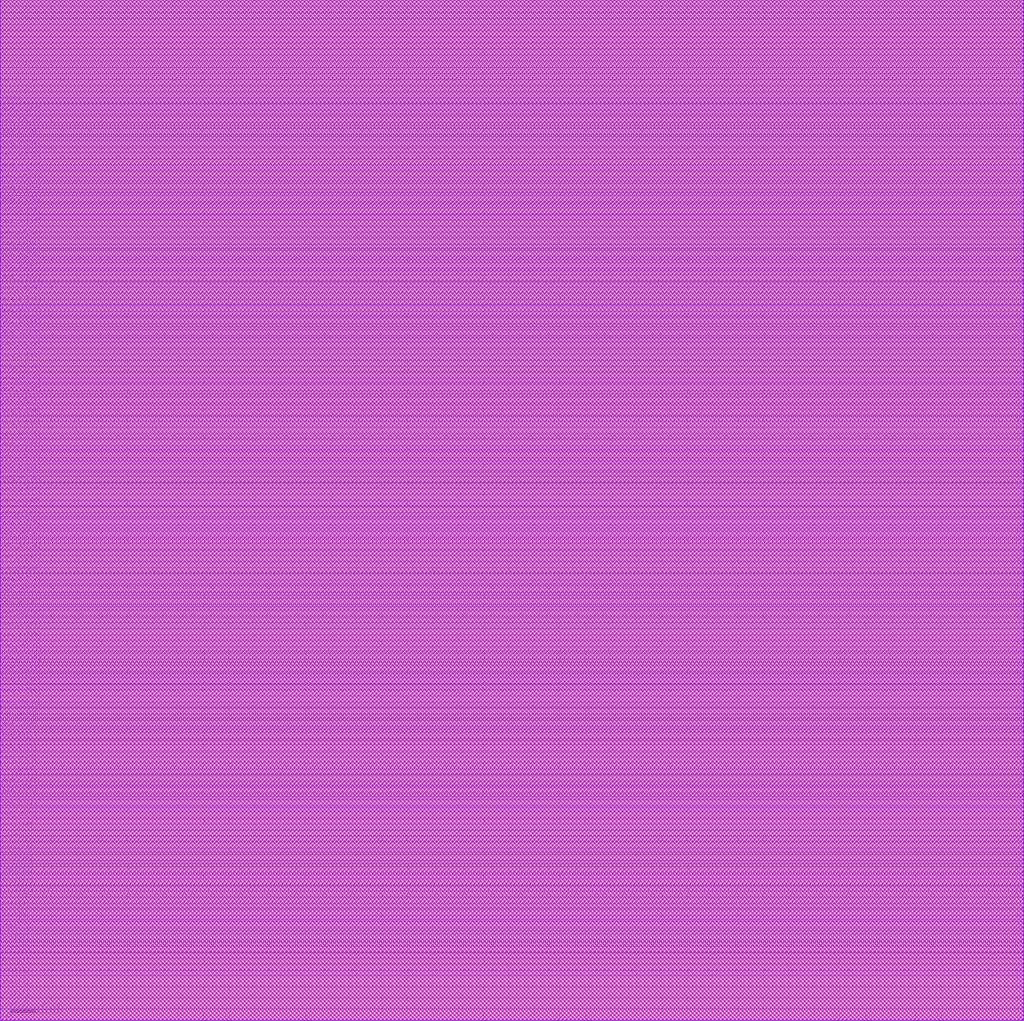
<source format=lef>
##
## LEF for PtnCells ;
## created by Innovus v15.23-s045_1 on Fri Mar 21 23:26:31 2025
##

VERSION 5.8 ;

BUSBITCHARS "[]" ;
DIVIDERCHAR "/" ;

MACRO core
  CLASS BLOCK ;
  SIZE 402.4000 BY 401.6000 ;
  FOREIGN core 0.0000 0.0000 ;
  ORIGIN 0 0 ;
  SYMMETRY X Y R90 ;
  PIN clk
    DIRECTION INPUT ;
    USE SIGNAL ;
    PORT
      LAYER M3 ;
        RECT 0.0000 0.1500 0.6000 0.2500 ;
    END
  END clk
  PIN mem_in[63]
    DIRECTION INPUT ;
    USE SIGNAL ;
    PORT
      LAYER M3 ;
        RECT 0.0000 356.5500 0.6000 356.6500 ;
    END
  END mem_in[63]
  PIN mem_in[62]
    DIRECTION INPUT ;
    USE SIGNAL ;
    PORT
      LAYER M3 ;
        RECT 0.0000 352.1500 0.6000 352.2500 ;
    END
  END mem_in[62]
  PIN mem_in[61]
    DIRECTION INPUT ;
    USE SIGNAL ;
    PORT
      LAYER M3 ;
        RECT 0.0000 347.7500 0.6000 347.8500 ;
    END
  END mem_in[61]
  PIN mem_in[60]
    DIRECTION INPUT ;
    USE SIGNAL ;
    PORT
      LAYER M3 ;
        RECT 0.0000 343.3500 0.6000 343.4500 ;
    END
  END mem_in[60]
  PIN mem_in[59]
    DIRECTION INPUT ;
    USE SIGNAL ;
    PORT
      LAYER M3 ;
        RECT 0.0000 338.9500 0.6000 339.0500 ;
    END
  END mem_in[59]
  PIN mem_in[58]
    DIRECTION INPUT ;
    USE SIGNAL ;
    PORT
      LAYER M3 ;
        RECT 0.0000 334.5500 0.6000 334.6500 ;
    END
  END mem_in[58]
  PIN mem_in[57]
    DIRECTION INPUT ;
    USE SIGNAL ;
    PORT
      LAYER M3 ;
        RECT 0.0000 330.1500 0.6000 330.2500 ;
    END
  END mem_in[57]
  PIN mem_in[56]
    DIRECTION INPUT ;
    USE SIGNAL ;
    PORT
      LAYER M3 ;
        RECT 0.0000 325.7500 0.6000 325.8500 ;
    END
  END mem_in[56]
  PIN mem_in[55]
    DIRECTION INPUT ;
    USE SIGNAL ;
    PORT
      LAYER M3 ;
        RECT 0.0000 321.3500 0.6000 321.4500 ;
    END
  END mem_in[55]
  PIN mem_in[54]
    DIRECTION INPUT ;
    USE SIGNAL ;
    PORT
      LAYER M3 ;
        RECT 0.0000 316.9500 0.6000 317.0500 ;
    END
  END mem_in[54]
  PIN mem_in[53]
    DIRECTION INPUT ;
    USE SIGNAL ;
    PORT
      LAYER M3 ;
        RECT 0.0000 312.5500 0.6000 312.6500 ;
    END
  END mem_in[53]
  PIN mem_in[52]
    DIRECTION INPUT ;
    USE SIGNAL ;
    PORT
      LAYER M3 ;
        RECT 0.0000 308.1500 0.6000 308.2500 ;
    END
  END mem_in[52]
  PIN mem_in[51]
    DIRECTION INPUT ;
    USE SIGNAL ;
    PORT
      LAYER M3 ;
        RECT 0.0000 303.7500 0.6000 303.8500 ;
    END
  END mem_in[51]
  PIN mem_in[50]
    DIRECTION INPUT ;
    USE SIGNAL ;
    PORT
      LAYER M3 ;
        RECT 0.0000 299.3500 0.6000 299.4500 ;
    END
  END mem_in[50]
  PIN mem_in[49]
    DIRECTION INPUT ;
    USE SIGNAL ;
    PORT
      LAYER M3 ;
        RECT 0.0000 294.9500 0.6000 295.0500 ;
    END
  END mem_in[49]
  PIN mem_in[48]
    DIRECTION INPUT ;
    USE SIGNAL ;
    PORT
      LAYER M3 ;
        RECT 0.0000 290.5500 0.6000 290.6500 ;
    END
  END mem_in[48]
  PIN mem_in[47]
    DIRECTION INPUT ;
    USE SIGNAL ;
    PORT
      LAYER M3 ;
        RECT 0.0000 286.1500 0.6000 286.2500 ;
    END
  END mem_in[47]
  PIN mem_in[46]
    DIRECTION INPUT ;
    USE SIGNAL ;
    PORT
      LAYER M3 ;
        RECT 0.0000 281.7500 0.6000 281.8500 ;
    END
  END mem_in[46]
  PIN mem_in[45]
    DIRECTION INPUT ;
    USE SIGNAL ;
    PORT
      LAYER M3 ;
        RECT 0.0000 277.3500 0.6000 277.4500 ;
    END
  END mem_in[45]
  PIN mem_in[44]
    DIRECTION INPUT ;
    USE SIGNAL ;
    PORT
      LAYER M3 ;
        RECT 0.0000 272.9500 0.6000 273.0500 ;
    END
  END mem_in[44]
  PIN mem_in[43]
    DIRECTION INPUT ;
    USE SIGNAL ;
    PORT
      LAYER M3 ;
        RECT 0.0000 268.5500 0.6000 268.6500 ;
    END
  END mem_in[43]
  PIN mem_in[42]
    DIRECTION INPUT ;
    USE SIGNAL ;
    PORT
      LAYER M3 ;
        RECT 0.0000 264.1500 0.6000 264.2500 ;
    END
  END mem_in[42]
  PIN mem_in[41]
    DIRECTION INPUT ;
    USE SIGNAL ;
    PORT
      LAYER M3 ;
        RECT 0.0000 259.7500 0.6000 259.8500 ;
    END
  END mem_in[41]
  PIN mem_in[40]
    DIRECTION INPUT ;
    USE SIGNAL ;
    PORT
      LAYER M3 ;
        RECT 0.0000 255.3500 0.6000 255.4500 ;
    END
  END mem_in[40]
  PIN mem_in[39]
    DIRECTION INPUT ;
    USE SIGNAL ;
    PORT
      LAYER M3 ;
        RECT 0.0000 250.9500 0.6000 251.0500 ;
    END
  END mem_in[39]
  PIN mem_in[38]
    DIRECTION INPUT ;
    USE SIGNAL ;
    PORT
      LAYER M3 ;
        RECT 0.0000 246.5500 0.6000 246.6500 ;
    END
  END mem_in[38]
  PIN mem_in[37]
    DIRECTION INPUT ;
    USE SIGNAL ;
    PORT
      LAYER M3 ;
        RECT 0.0000 242.1500 0.6000 242.2500 ;
    END
  END mem_in[37]
  PIN mem_in[36]
    DIRECTION INPUT ;
    USE SIGNAL ;
    PORT
      LAYER M3 ;
        RECT 0.0000 237.7500 0.6000 237.8500 ;
    END
  END mem_in[36]
  PIN mem_in[35]
    DIRECTION INPUT ;
    USE SIGNAL ;
    PORT
      LAYER M3 ;
        RECT 0.0000 233.3500 0.6000 233.4500 ;
    END
  END mem_in[35]
  PIN mem_in[34]
    DIRECTION INPUT ;
    USE SIGNAL ;
    PORT
      LAYER M3 ;
        RECT 0.0000 228.9500 0.6000 229.0500 ;
    END
  END mem_in[34]
  PIN mem_in[33]
    DIRECTION INPUT ;
    USE SIGNAL ;
    PORT
      LAYER M3 ;
        RECT 0.0000 224.5500 0.6000 224.6500 ;
    END
  END mem_in[33]
  PIN mem_in[32]
    DIRECTION INPUT ;
    USE SIGNAL ;
    PORT
      LAYER M3 ;
        RECT 0.0000 220.1500 0.6000 220.2500 ;
    END
  END mem_in[32]
  PIN mem_in[31]
    DIRECTION INPUT ;
    USE SIGNAL ;
    PORT
      LAYER M3 ;
        RECT 0.0000 215.7500 0.6000 215.8500 ;
    END
  END mem_in[31]
  PIN mem_in[30]
    DIRECTION INPUT ;
    USE SIGNAL ;
    PORT
      LAYER M3 ;
        RECT 0.0000 211.3500 0.6000 211.4500 ;
    END
  END mem_in[30]
  PIN mem_in[29]
    DIRECTION INPUT ;
    USE SIGNAL ;
    PORT
      LAYER M3 ;
        RECT 0.0000 206.9500 0.6000 207.0500 ;
    END
  END mem_in[29]
  PIN mem_in[28]
    DIRECTION INPUT ;
    USE SIGNAL ;
    PORT
      LAYER M3 ;
        RECT 0.0000 202.5500 0.6000 202.6500 ;
    END
  END mem_in[28]
  PIN mem_in[27]
    DIRECTION INPUT ;
    USE SIGNAL ;
    PORT
      LAYER M3 ;
        RECT 0.0000 198.1500 0.6000 198.2500 ;
    END
  END mem_in[27]
  PIN mem_in[26]
    DIRECTION INPUT ;
    USE SIGNAL ;
    PORT
      LAYER M3 ;
        RECT 0.0000 193.7500 0.6000 193.8500 ;
    END
  END mem_in[26]
  PIN mem_in[25]
    DIRECTION INPUT ;
    USE SIGNAL ;
    PORT
      LAYER M3 ;
        RECT 0.0000 189.3500 0.6000 189.4500 ;
    END
  END mem_in[25]
  PIN mem_in[24]
    DIRECTION INPUT ;
    USE SIGNAL ;
    PORT
      LAYER M3 ;
        RECT 0.0000 184.9500 0.6000 185.0500 ;
    END
  END mem_in[24]
  PIN mem_in[23]
    DIRECTION INPUT ;
    USE SIGNAL ;
    PORT
      LAYER M3 ;
        RECT 0.0000 180.5500 0.6000 180.6500 ;
    END
  END mem_in[23]
  PIN mem_in[22]
    DIRECTION INPUT ;
    USE SIGNAL ;
    PORT
      LAYER M3 ;
        RECT 0.0000 176.1500 0.6000 176.2500 ;
    END
  END mem_in[22]
  PIN mem_in[21]
    DIRECTION INPUT ;
    USE SIGNAL ;
    PORT
      LAYER M3 ;
        RECT 0.0000 171.7500 0.6000 171.8500 ;
    END
  END mem_in[21]
  PIN mem_in[20]
    DIRECTION INPUT ;
    USE SIGNAL ;
    PORT
      LAYER M3 ;
        RECT 0.0000 167.3500 0.6000 167.4500 ;
    END
  END mem_in[20]
  PIN mem_in[19]
    DIRECTION INPUT ;
    USE SIGNAL ;
    PORT
      LAYER M3 ;
        RECT 0.0000 162.9500 0.6000 163.0500 ;
    END
  END mem_in[19]
  PIN mem_in[18]
    DIRECTION INPUT ;
    USE SIGNAL ;
    PORT
      LAYER M3 ;
        RECT 0.0000 158.5500 0.6000 158.6500 ;
    END
  END mem_in[18]
  PIN mem_in[17]
    DIRECTION INPUT ;
    USE SIGNAL ;
    PORT
      LAYER M3 ;
        RECT 0.0000 154.1500 0.6000 154.2500 ;
    END
  END mem_in[17]
  PIN mem_in[16]
    DIRECTION INPUT ;
    USE SIGNAL ;
    PORT
      LAYER M3 ;
        RECT 0.0000 149.7500 0.6000 149.8500 ;
    END
  END mem_in[16]
  PIN mem_in[15]
    DIRECTION INPUT ;
    USE SIGNAL ;
    PORT
      LAYER M3 ;
        RECT 0.0000 145.3500 0.6000 145.4500 ;
    END
  END mem_in[15]
  PIN mem_in[14]
    DIRECTION INPUT ;
    USE SIGNAL ;
    PORT
      LAYER M3 ;
        RECT 0.0000 140.9500 0.6000 141.0500 ;
    END
  END mem_in[14]
  PIN mem_in[13]
    DIRECTION INPUT ;
    USE SIGNAL ;
    PORT
      LAYER M3 ;
        RECT 0.0000 136.5500 0.6000 136.6500 ;
    END
  END mem_in[13]
  PIN mem_in[12]
    DIRECTION INPUT ;
    USE SIGNAL ;
    PORT
      LAYER M3 ;
        RECT 0.0000 132.1500 0.6000 132.2500 ;
    END
  END mem_in[12]
  PIN mem_in[11]
    DIRECTION INPUT ;
    USE SIGNAL ;
    PORT
      LAYER M3 ;
        RECT 0.0000 127.7500 0.6000 127.8500 ;
    END
  END mem_in[11]
  PIN mem_in[10]
    DIRECTION INPUT ;
    USE SIGNAL ;
    PORT
      LAYER M3 ;
        RECT 0.0000 123.3500 0.6000 123.4500 ;
    END
  END mem_in[10]
  PIN mem_in[9]
    DIRECTION INPUT ;
    USE SIGNAL ;
    PORT
      LAYER M3 ;
        RECT 0.0000 118.9500 0.6000 119.0500 ;
    END
  END mem_in[9]
  PIN mem_in[8]
    DIRECTION INPUT ;
    USE SIGNAL ;
    PORT
      LAYER M3 ;
        RECT 0.0000 114.5500 0.6000 114.6500 ;
    END
  END mem_in[8]
  PIN mem_in[7]
    DIRECTION INPUT ;
    USE SIGNAL ;
    PORT
      LAYER M3 ;
        RECT 0.0000 110.1500 0.6000 110.2500 ;
    END
  END mem_in[7]
  PIN mem_in[6]
    DIRECTION INPUT ;
    USE SIGNAL ;
    PORT
      LAYER M3 ;
        RECT 0.0000 105.7500 0.6000 105.8500 ;
    END
  END mem_in[6]
  PIN mem_in[5]
    DIRECTION INPUT ;
    USE SIGNAL ;
    PORT
      LAYER M3 ;
        RECT 0.0000 101.3500 0.6000 101.4500 ;
    END
  END mem_in[5]
  PIN mem_in[4]
    DIRECTION INPUT ;
    USE SIGNAL ;
    PORT
      LAYER M3 ;
        RECT 0.0000 96.9500 0.6000 97.0500 ;
    END
  END mem_in[4]
  PIN mem_in[3]
    DIRECTION INPUT ;
    USE SIGNAL ;
    PORT
      LAYER M3 ;
        RECT 0.0000 92.5500 0.6000 92.6500 ;
    END
  END mem_in[3]
  PIN mem_in[2]
    DIRECTION INPUT ;
    USE SIGNAL ;
    PORT
      LAYER M3 ;
        RECT 0.0000 88.1500 0.6000 88.2500 ;
    END
  END mem_in[2]
  PIN mem_in[1]
    DIRECTION INPUT ;
    USE SIGNAL ;
    PORT
      LAYER M3 ;
        RECT 0.0000 83.7500 0.6000 83.8500 ;
    END
  END mem_in[1]
  PIN mem_in[0]
    DIRECTION INPUT ;
    USE SIGNAL ;
    PORT
      LAYER M3 ;
        RECT 0.0000 79.3500 0.6000 79.4500 ;
    END
  END mem_in[0]
  PIN out[159]
    DIRECTION OUTPUT ;
    USE SIGNAL ;
    PORT
      LAYER M3 ;
        RECT 401.8800 19.7500 402.4000 19.8500 ;
    END
  END out[159]
  PIN out[158]
    DIRECTION OUTPUT ;
    USE SIGNAL ;
    PORT
      LAYER M3 ;
        RECT 401.8800 22.1500 402.4000 22.2500 ;
    END
  END out[158]
  PIN out[157]
    DIRECTION OUTPUT ;
    USE SIGNAL ;
    PORT
      LAYER M3 ;
        RECT 401.8800 24.5500 402.4000 24.6500 ;
    END
  END out[157]
  PIN out[156]
    DIRECTION OUTPUT ;
    USE SIGNAL ;
    PORT
      LAYER M3 ;
        RECT 401.8800 26.9500 402.4000 27.0500 ;
    END
  END out[156]
  PIN out[155]
    DIRECTION OUTPUT ;
    USE SIGNAL ;
    PORT
      LAYER M3 ;
        RECT 401.8800 29.3500 402.4000 29.4500 ;
    END
  END out[155]
  PIN out[154]
    DIRECTION OUTPUT ;
    USE SIGNAL ;
    PORT
      LAYER M3 ;
        RECT 401.8800 31.7500 402.4000 31.8500 ;
    END
  END out[154]
  PIN out[153]
    DIRECTION OUTPUT ;
    USE SIGNAL ;
    PORT
      LAYER M3 ;
        RECT 401.8800 34.1500 402.4000 34.2500 ;
    END
  END out[153]
  PIN out[152]
    DIRECTION OUTPUT ;
    USE SIGNAL ;
    PORT
      LAYER M3 ;
        RECT 401.8800 36.5500 402.4000 36.6500 ;
    END
  END out[152]
  PIN out[151]
    DIRECTION OUTPUT ;
    USE SIGNAL ;
    PORT
      LAYER M3 ;
        RECT 401.8800 38.9500 402.4000 39.0500 ;
    END
  END out[151]
  PIN out[150]
    DIRECTION OUTPUT ;
    USE SIGNAL ;
    PORT
      LAYER M3 ;
        RECT 401.8800 41.3500 402.4000 41.4500 ;
    END
  END out[150]
  PIN out[149]
    DIRECTION OUTPUT ;
    USE SIGNAL ;
    PORT
      LAYER M3 ;
        RECT 401.8800 43.7500 402.4000 43.8500 ;
    END
  END out[149]
  PIN out[148]
    DIRECTION OUTPUT ;
    USE SIGNAL ;
    PORT
      LAYER M3 ;
        RECT 401.8800 46.1500 402.4000 46.2500 ;
    END
  END out[148]
  PIN out[147]
    DIRECTION OUTPUT ;
    USE SIGNAL ;
    PORT
      LAYER M3 ;
        RECT 401.8800 48.5500 402.4000 48.6500 ;
    END
  END out[147]
  PIN out[146]
    DIRECTION OUTPUT ;
    USE SIGNAL ;
    PORT
      LAYER M3 ;
        RECT 401.8800 50.9500 402.4000 51.0500 ;
    END
  END out[146]
  PIN out[145]
    DIRECTION OUTPUT ;
    USE SIGNAL ;
    PORT
      LAYER M3 ;
        RECT 401.8800 53.3500 402.4000 53.4500 ;
    END
  END out[145]
  PIN out[144]
    DIRECTION OUTPUT ;
    USE SIGNAL ;
    PORT
      LAYER M3 ;
        RECT 401.8800 55.7500 402.4000 55.8500 ;
    END
  END out[144]
  PIN out[143]
    DIRECTION OUTPUT ;
    USE SIGNAL ;
    PORT
      LAYER M3 ;
        RECT 401.8800 58.1500 402.4000 58.2500 ;
    END
  END out[143]
  PIN out[142]
    DIRECTION OUTPUT ;
    USE SIGNAL ;
    PORT
      LAYER M3 ;
        RECT 401.8800 60.5500 402.4000 60.6500 ;
    END
  END out[142]
  PIN out[141]
    DIRECTION OUTPUT ;
    USE SIGNAL ;
    PORT
      LAYER M3 ;
        RECT 401.8800 62.9500 402.4000 63.0500 ;
    END
  END out[141]
  PIN out[140]
    DIRECTION OUTPUT ;
    USE SIGNAL ;
    PORT
      LAYER M3 ;
        RECT 401.8800 65.3500 402.4000 65.4500 ;
    END
  END out[140]
  PIN out[139]
    DIRECTION OUTPUT ;
    USE SIGNAL ;
    PORT
      LAYER M3 ;
        RECT 401.8800 67.7500 402.4000 67.8500 ;
    END
  END out[139]
  PIN out[138]
    DIRECTION OUTPUT ;
    USE SIGNAL ;
    PORT
      LAYER M3 ;
        RECT 401.8800 70.1500 402.4000 70.2500 ;
    END
  END out[138]
  PIN out[137]
    DIRECTION OUTPUT ;
    USE SIGNAL ;
    PORT
      LAYER M3 ;
        RECT 401.8800 72.5500 402.4000 72.6500 ;
    END
  END out[137]
  PIN out[136]
    DIRECTION OUTPUT ;
    USE SIGNAL ;
    PORT
      LAYER M3 ;
        RECT 401.8800 74.9500 402.4000 75.0500 ;
    END
  END out[136]
  PIN out[135]
    DIRECTION OUTPUT ;
    USE SIGNAL ;
    PORT
      LAYER M3 ;
        RECT 401.8800 77.3500 402.4000 77.4500 ;
    END
  END out[135]
  PIN out[134]
    DIRECTION OUTPUT ;
    USE SIGNAL ;
    PORT
      LAYER M3 ;
        RECT 401.8800 79.7500 402.4000 79.8500 ;
    END
  END out[134]
  PIN out[133]
    DIRECTION OUTPUT ;
    USE SIGNAL ;
    PORT
      LAYER M3 ;
        RECT 401.8800 82.1500 402.4000 82.2500 ;
    END
  END out[133]
  PIN out[132]
    DIRECTION OUTPUT ;
    USE SIGNAL ;
    PORT
      LAYER M3 ;
        RECT 401.8800 84.5500 402.4000 84.6500 ;
    END
  END out[132]
  PIN out[131]
    DIRECTION OUTPUT ;
    USE SIGNAL ;
    PORT
      LAYER M3 ;
        RECT 401.8800 86.9500 402.4000 87.0500 ;
    END
  END out[131]
  PIN out[130]
    DIRECTION OUTPUT ;
    USE SIGNAL ;
    PORT
      LAYER M3 ;
        RECT 401.8800 89.3500 402.4000 89.4500 ;
    END
  END out[130]
  PIN out[129]
    DIRECTION OUTPUT ;
    USE SIGNAL ;
    PORT
      LAYER M3 ;
        RECT 401.8800 91.7500 402.4000 91.8500 ;
    END
  END out[129]
  PIN out[128]
    DIRECTION OUTPUT ;
    USE SIGNAL ;
    PORT
      LAYER M3 ;
        RECT 401.8800 94.1500 402.4000 94.2500 ;
    END
  END out[128]
  PIN out[127]
    DIRECTION OUTPUT ;
    USE SIGNAL ;
    PORT
      LAYER M3 ;
        RECT 401.8800 96.5500 402.4000 96.6500 ;
    END
  END out[127]
  PIN out[126]
    DIRECTION OUTPUT ;
    USE SIGNAL ;
    PORT
      LAYER M3 ;
        RECT 401.8800 98.9500 402.4000 99.0500 ;
    END
  END out[126]
  PIN out[125]
    DIRECTION OUTPUT ;
    USE SIGNAL ;
    PORT
      LAYER M3 ;
        RECT 401.8800 101.3500 402.4000 101.4500 ;
    END
  END out[125]
  PIN out[124]
    DIRECTION OUTPUT ;
    USE SIGNAL ;
    PORT
      LAYER M3 ;
        RECT 401.8800 103.7500 402.4000 103.8500 ;
    END
  END out[124]
  PIN out[123]
    DIRECTION OUTPUT ;
    USE SIGNAL ;
    PORT
      LAYER M3 ;
        RECT 401.8800 106.1500 402.4000 106.2500 ;
    END
  END out[123]
  PIN out[122]
    DIRECTION OUTPUT ;
    USE SIGNAL ;
    PORT
      LAYER M3 ;
        RECT 401.8800 108.5500 402.4000 108.6500 ;
    END
  END out[122]
  PIN out[121]
    DIRECTION OUTPUT ;
    USE SIGNAL ;
    PORT
      LAYER M3 ;
        RECT 401.8800 110.9500 402.4000 111.0500 ;
    END
  END out[121]
  PIN out[120]
    DIRECTION OUTPUT ;
    USE SIGNAL ;
    PORT
      LAYER M3 ;
        RECT 401.8800 113.3500 402.4000 113.4500 ;
    END
  END out[120]
  PIN out[119]
    DIRECTION OUTPUT ;
    USE SIGNAL ;
    PORT
      LAYER M3 ;
        RECT 401.8800 115.7500 402.4000 115.8500 ;
    END
  END out[119]
  PIN out[118]
    DIRECTION OUTPUT ;
    USE SIGNAL ;
    PORT
      LAYER M3 ;
        RECT 401.8800 118.1500 402.4000 118.2500 ;
    END
  END out[118]
  PIN out[117]
    DIRECTION OUTPUT ;
    USE SIGNAL ;
    PORT
      LAYER M3 ;
        RECT 401.8800 120.5500 402.4000 120.6500 ;
    END
  END out[117]
  PIN out[116]
    DIRECTION OUTPUT ;
    USE SIGNAL ;
    PORT
      LAYER M3 ;
        RECT 401.8800 122.9500 402.4000 123.0500 ;
    END
  END out[116]
  PIN out[115]
    DIRECTION OUTPUT ;
    USE SIGNAL ;
    PORT
      LAYER M3 ;
        RECT 401.8800 125.3500 402.4000 125.4500 ;
    END
  END out[115]
  PIN out[114]
    DIRECTION OUTPUT ;
    USE SIGNAL ;
    PORT
      LAYER M3 ;
        RECT 401.8800 127.7500 402.4000 127.8500 ;
    END
  END out[114]
  PIN out[113]
    DIRECTION OUTPUT ;
    USE SIGNAL ;
    PORT
      LAYER M3 ;
        RECT 401.8800 130.1500 402.4000 130.2500 ;
    END
  END out[113]
  PIN out[112]
    DIRECTION OUTPUT ;
    USE SIGNAL ;
    PORT
      LAYER M3 ;
        RECT 401.8800 132.5500 402.4000 132.6500 ;
    END
  END out[112]
  PIN out[111]
    DIRECTION OUTPUT ;
    USE SIGNAL ;
    PORT
      LAYER M3 ;
        RECT 401.8800 134.9500 402.4000 135.0500 ;
    END
  END out[111]
  PIN out[110]
    DIRECTION OUTPUT ;
    USE SIGNAL ;
    PORT
      LAYER M3 ;
        RECT 401.8800 137.3500 402.4000 137.4500 ;
    END
  END out[110]
  PIN out[109]
    DIRECTION OUTPUT ;
    USE SIGNAL ;
    PORT
      LAYER M3 ;
        RECT 401.8800 139.7500 402.4000 139.8500 ;
    END
  END out[109]
  PIN out[108]
    DIRECTION OUTPUT ;
    USE SIGNAL ;
    PORT
      LAYER M3 ;
        RECT 401.8800 142.1500 402.4000 142.2500 ;
    END
  END out[108]
  PIN out[107]
    DIRECTION OUTPUT ;
    USE SIGNAL ;
    PORT
      LAYER M3 ;
        RECT 401.8800 144.5500 402.4000 144.6500 ;
    END
  END out[107]
  PIN out[106]
    DIRECTION OUTPUT ;
    USE SIGNAL ;
    PORT
      LAYER M3 ;
        RECT 401.8800 146.9500 402.4000 147.0500 ;
    END
  END out[106]
  PIN out[105]
    DIRECTION OUTPUT ;
    USE SIGNAL ;
    PORT
      LAYER M3 ;
        RECT 401.8800 149.3500 402.4000 149.4500 ;
    END
  END out[105]
  PIN out[104]
    DIRECTION OUTPUT ;
    USE SIGNAL ;
    PORT
      LAYER M3 ;
        RECT 401.8800 151.7500 402.4000 151.8500 ;
    END
  END out[104]
  PIN out[103]
    DIRECTION OUTPUT ;
    USE SIGNAL ;
    PORT
      LAYER M3 ;
        RECT 401.8800 154.1500 402.4000 154.2500 ;
    END
  END out[103]
  PIN out[102]
    DIRECTION OUTPUT ;
    USE SIGNAL ;
    PORT
      LAYER M3 ;
        RECT 401.8800 156.5500 402.4000 156.6500 ;
    END
  END out[102]
  PIN out[101]
    DIRECTION OUTPUT ;
    USE SIGNAL ;
    PORT
      LAYER M3 ;
        RECT 401.8800 158.9500 402.4000 159.0500 ;
    END
  END out[101]
  PIN out[100]
    DIRECTION OUTPUT ;
    USE SIGNAL ;
    PORT
      LAYER M3 ;
        RECT 401.8800 161.3500 402.4000 161.4500 ;
    END
  END out[100]
  PIN out[99]
    DIRECTION OUTPUT ;
    USE SIGNAL ;
    PORT
      LAYER M3 ;
        RECT 401.8800 163.7500 402.4000 163.8500 ;
    END
  END out[99]
  PIN out[98]
    DIRECTION OUTPUT ;
    USE SIGNAL ;
    PORT
      LAYER M3 ;
        RECT 401.8800 166.1500 402.4000 166.2500 ;
    END
  END out[98]
  PIN out[97]
    DIRECTION OUTPUT ;
    USE SIGNAL ;
    PORT
      LAYER M3 ;
        RECT 401.8800 168.5500 402.4000 168.6500 ;
    END
  END out[97]
  PIN out[96]
    DIRECTION OUTPUT ;
    USE SIGNAL ;
    PORT
      LAYER M3 ;
        RECT 401.8800 170.9500 402.4000 171.0500 ;
    END
  END out[96]
  PIN out[95]
    DIRECTION OUTPUT ;
    USE SIGNAL ;
    PORT
      LAYER M3 ;
        RECT 401.8800 173.3500 402.4000 173.4500 ;
    END
  END out[95]
  PIN out[94]
    DIRECTION OUTPUT ;
    USE SIGNAL ;
    PORT
      LAYER M3 ;
        RECT 401.8800 175.7500 402.4000 175.8500 ;
    END
  END out[94]
  PIN out[93]
    DIRECTION OUTPUT ;
    USE SIGNAL ;
    PORT
      LAYER M3 ;
        RECT 401.8800 178.1500 402.4000 178.2500 ;
    END
  END out[93]
  PIN out[92]
    DIRECTION OUTPUT ;
    USE SIGNAL ;
    PORT
      LAYER M3 ;
        RECT 401.8800 180.5500 402.4000 180.6500 ;
    END
  END out[92]
  PIN out[91]
    DIRECTION OUTPUT ;
    USE SIGNAL ;
    PORT
      LAYER M3 ;
        RECT 401.8800 182.9500 402.4000 183.0500 ;
    END
  END out[91]
  PIN out[90]
    DIRECTION OUTPUT ;
    USE SIGNAL ;
    PORT
      LAYER M3 ;
        RECT 401.8800 185.3500 402.4000 185.4500 ;
    END
  END out[90]
  PIN out[89]
    DIRECTION OUTPUT ;
    USE SIGNAL ;
    PORT
      LAYER M3 ;
        RECT 401.8800 187.7500 402.4000 187.8500 ;
    END
  END out[89]
  PIN out[88]
    DIRECTION OUTPUT ;
    USE SIGNAL ;
    PORT
      LAYER M3 ;
        RECT 401.8800 190.1500 402.4000 190.2500 ;
    END
  END out[88]
  PIN out[87]
    DIRECTION OUTPUT ;
    USE SIGNAL ;
    PORT
      LAYER M3 ;
        RECT 401.8800 192.5500 402.4000 192.6500 ;
    END
  END out[87]
  PIN out[86]
    DIRECTION OUTPUT ;
    USE SIGNAL ;
    PORT
      LAYER M3 ;
        RECT 401.8800 194.9500 402.4000 195.0500 ;
    END
  END out[86]
  PIN out[85]
    DIRECTION OUTPUT ;
    USE SIGNAL ;
    PORT
      LAYER M3 ;
        RECT 401.8800 197.3500 402.4000 197.4500 ;
    END
  END out[85]
  PIN out[84]
    DIRECTION OUTPUT ;
    USE SIGNAL ;
    PORT
      LAYER M3 ;
        RECT 401.8800 199.7500 402.4000 199.8500 ;
    END
  END out[84]
  PIN out[83]
    DIRECTION OUTPUT ;
    USE SIGNAL ;
    PORT
      LAYER M3 ;
        RECT 401.8800 202.1500 402.4000 202.2500 ;
    END
  END out[83]
  PIN out[82]
    DIRECTION OUTPUT ;
    USE SIGNAL ;
    PORT
      LAYER M3 ;
        RECT 401.8800 204.5500 402.4000 204.6500 ;
    END
  END out[82]
  PIN out[81]
    DIRECTION OUTPUT ;
    USE SIGNAL ;
    PORT
      LAYER M3 ;
        RECT 401.8800 206.9500 402.4000 207.0500 ;
    END
  END out[81]
  PIN out[80]
    DIRECTION OUTPUT ;
    USE SIGNAL ;
    PORT
      LAYER M3 ;
        RECT 401.8800 209.3500 402.4000 209.4500 ;
    END
  END out[80]
  PIN out[79]
    DIRECTION OUTPUT ;
    USE SIGNAL ;
    PORT
      LAYER M3 ;
        RECT 401.8800 211.7500 402.4000 211.8500 ;
    END
  END out[79]
  PIN out[78]
    DIRECTION OUTPUT ;
    USE SIGNAL ;
    PORT
      LAYER M3 ;
        RECT 401.8800 214.1500 402.4000 214.2500 ;
    END
  END out[78]
  PIN out[77]
    DIRECTION OUTPUT ;
    USE SIGNAL ;
    PORT
      LAYER M3 ;
        RECT 401.8800 216.5500 402.4000 216.6500 ;
    END
  END out[77]
  PIN out[76]
    DIRECTION OUTPUT ;
    USE SIGNAL ;
    PORT
      LAYER M3 ;
        RECT 401.8800 218.9500 402.4000 219.0500 ;
    END
  END out[76]
  PIN out[75]
    DIRECTION OUTPUT ;
    USE SIGNAL ;
    PORT
      LAYER M3 ;
        RECT 401.8800 221.3500 402.4000 221.4500 ;
    END
  END out[75]
  PIN out[74]
    DIRECTION OUTPUT ;
    USE SIGNAL ;
    PORT
      LAYER M3 ;
        RECT 401.8800 223.7500 402.4000 223.8500 ;
    END
  END out[74]
  PIN out[73]
    DIRECTION OUTPUT ;
    USE SIGNAL ;
    PORT
      LAYER M3 ;
        RECT 401.8800 226.1500 402.4000 226.2500 ;
    END
  END out[73]
  PIN out[72]
    DIRECTION OUTPUT ;
    USE SIGNAL ;
    PORT
      LAYER M3 ;
        RECT 401.8800 228.5500 402.4000 228.6500 ;
    END
  END out[72]
  PIN out[71]
    DIRECTION OUTPUT ;
    USE SIGNAL ;
    PORT
      LAYER M3 ;
        RECT 401.8800 230.9500 402.4000 231.0500 ;
    END
  END out[71]
  PIN out[70]
    DIRECTION OUTPUT ;
    USE SIGNAL ;
    PORT
      LAYER M3 ;
        RECT 401.8800 233.3500 402.4000 233.4500 ;
    END
  END out[70]
  PIN out[69]
    DIRECTION OUTPUT ;
    USE SIGNAL ;
    PORT
      LAYER M3 ;
        RECT 401.8800 235.7500 402.4000 235.8500 ;
    END
  END out[69]
  PIN out[68]
    DIRECTION OUTPUT ;
    USE SIGNAL ;
    PORT
      LAYER M3 ;
        RECT 401.8800 238.1500 402.4000 238.2500 ;
    END
  END out[68]
  PIN out[67]
    DIRECTION OUTPUT ;
    USE SIGNAL ;
    PORT
      LAYER M3 ;
        RECT 401.8800 240.5500 402.4000 240.6500 ;
    END
  END out[67]
  PIN out[66]
    DIRECTION OUTPUT ;
    USE SIGNAL ;
    PORT
      LAYER M3 ;
        RECT 401.8800 242.9500 402.4000 243.0500 ;
    END
  END out[66]
  PIN out[65]
    DIRECTION OUTPUT ;
    USE SIGNAL ;
    PORT
      LAYER M3 ;
        RECT 401.8800 245.3500 402.4000 245.4500 ;
    END
  END out[65]
  PIN out[64]
    DIRECTION OUTPUT ;
    USE SIGNAL ;
    PORT
      LAYER M3 ;
        RECT 401.8800 247.7500 402.4000 247.8500 ;
    END
  END out[64]
  PIN out[63]
    DIRECTION OUTPUT ;
    USE SIGNAL ;
    PORT
      LAYER M3 ;
        RECT 401.8800 250.1500 402.4000 250.2500 ;
    END
  END out[63]
  PIN out[62]
    DIRECTION OUTPUT ;
    USE SIGNAL ;
    PORT
      LAYER M3 ;
        RECT 401.8800 252.5500 402.4000 252.6500 ;
    END
  END out[62]
  PIN out[61]
    DIRECTION OUTPUT ;
    USE SIGNAL ;
    PORT
      LAYER M3 ;
        RECT 401.8800 254.9500 402.4000 255.0500 ;
    END
  END out[61]
  PIN out[60]
    DIRECTION OUTPUT ;
    USE SIGNAL ;
    PORT
      LAYER M3 ;
        RECT 401.8800 257.3500 402.4000 257.4500 ;
    END
  END out[60]
  PIN out[59]
    DIRECTION OUTPUT ;
    USE SIGNAL ;
    PORT
      LAYER M3 ;
        RECT 401.8800 259.7500 402.4000 259.8500 ;
    END
  END out[59]
  PIN out[58]
    DIRECTION OUTPUT ;
    USE SIGNAL ;
    PORT
      LAYER M3 ;
        RECT 401.8800 262.1500 402.4000 262.2500 ;
    END
  END out[58]
  PIN out[57]
    DIRECTION OUTPUT ;
    USE SIGNAL ;
    PORT
      LAYER M3 ;
        RECT 401.8800 264.5500 402.4000 264.6500 ;
    END
  END out[57]
  PIN out[56]
    DIRECTION OUTPUT ;
    USE SIGNAL ;
    PORT
      LAYER M3 ;
        RECT 401.8800 266.9500 402.4000 267.0500 ;
    END
  END out[56]
  PIN out[55]
    DIRECTION OUTPUT ;
    USE SIGNAL ;
    PORT
      LAYER M3 ;
        RECT 401.8800 269.3500 402.4000 269.4500 ;
    END
  END out[55]
  PIN out[54]
    DIRECTION OUTPUT ;
    USE SIGNAL ;
    PORT
      LAYER M3 ;
        RECT 401.8800 271.7500 402.4000 271.8500 ;
    END
  END out[54]
  PIN out[53]
    DIRECTION OUTPUT ;
    USE SIGNAL ;
    PORT
      LAYER M3 ;
        RECT 401.8800 274.1500 402.4000 274.2500 ;
    END
  END out[53]
  PIN out[52]
    DIRECTION OUTPUT ;
    USE SIGNAL ;
    PORT
      LAYER M3 ;
        RECT 401.8800 276.5500 402.4000 276.6500 ;
    END
  END out[52]
  PIN out[51]
    DIRECTION OUTPUT ;
    USE SIGNAL ;
    PORT
      LAYER M3 ;
        RECT 401.8800 278.9500 402.4000 279.0500 ;
    END
  END out[51]
  PIN out[50]
    DIRECTION OUTPUT ;
    USE SIGNAL ;
    PORT
      LAYER M3 ;
        RECT 401.8800 281.3500 402.4000 281.4500 ;
    END
  END out[50]
  PIN out[49]
    DIRECTION OUTPUT ;
    USE SIGNAL ;
    PORT
      LAYER M3 ;
        RECT 401.8800 283.7500 402.4000 283.8500 ;
    END
  END out[49]
  PIN out[48]
    DIRECTION OUTPUT ;
    USE SIGNAL ;
    PORT
      LAYER M3 ;
        RECT 401.8800 286.1500 402.4000 286.2500 ;
    END
  END out[48]
  PIN out[47]
    DIRECTION OUTPUT ;
    USE SIGNAL ;
    PORT
      LAYER M3 ;
        RECT 401.8800 288.5500 402.4000 288.6500 ;
    END
  END out[47]
  PIN out[46]
    DIRECTION OUTPUT ;
    USE SIGNAL ;
    PORT
      LAYER M3 ;
        RECT 401.8800 290.9500 402.4000 291.0500 ;
    END
  END out[46]
  PIN out[45]
    DIRECTION OUTPUT ;
    USE SIGNAL ;
    PORT
      LAYER M3 ;
        RECT 401.8800 293.3500 402.4000 293.4500 ;
    END
  END out[45]
  PIN out[44]
    DIRECTION OUTPUT ;
    USE SIGNAL ;
    PORT
      LAYER M3 ;
        RECT 401.8800 295.7500 402.4000 295.8500 ;
    END
  END out[44]
  PIN out[43]
    DIRECTION OUTPUT ;
    USE SIGNAL ;
    PORT
      LAYER M3 ;
        RECT 401.8800 298.1500 402.4000 298.2500 ;
    END
  END out[43]
  PIN out[42]
    DIRECTION OUTPUT ;
    USE SIGNAL ;
    PORT
      LAYER M3 ;
        RECT 401.8800 300.5500 402.4000 300.6500 ;
    END
  END out[42]
  PIN out[41]
    DIRECTION OUTPUT ;
    USE SIGNAL ;
    PORT
      LAYER M3 ;
        RECT 401.8800 302.9500 402.4000 303.0500 ;
    END
  END out[41]
  PIN out[40]
    DIRECTION OUTPUT ;
    USE SIGNAL ;
    PORT
      LAYER M3 ;
        RECT 401.8800 305.3500 402.4000 305.4500 ;
    END
  END out[40]
  PIN out[39]
    DIRECTION OUTPUT ;
    USE SIGNAL ;
    PORT
      LAYER M3 ;
        RECT 401.8800 307.7500 402.4000 307.8500 ;
    END
  END out[39]
  PIN out[38]
    DIRECTION OUTPUT ;
    USE SIGNAL ;
    PORT
      LAYER M3 ;
        RECT 401.8800 310.1500 402.4000 310.2500 ;
    END
  END out[38]
  PIN out[37]
    DIRECTION OUTPUT ;
    USE SIGNAL ;
    PORT
      LAYER M3 ;
        RECT 401.8800 312.5500 402.4000 312.6500 ;
    END
  END out[37]
  PIN out[36]
    DIRECTION OUTPUT ;
    USE SIGNAL ;
    PORT
      LAYER M3 ;
        RECT 401.8800 314.9500 402.4000 315.0500 ;
    END
  END out[36]
  PIN out[35]
    DIRECTION OUTPUT ;
    USE SIGNAL ;
    PORT
      LAYER M3 ;
        RECT 401.8800 317.3500 402.4000 317.4500 ;
    END
  END out[35]
  PIN out[34]
    DIRECTION OUTPUT ;
    USE SIGNAL ;
    PORT
      LAYER M3 ;
        RECT 401.8800 319.7500 402.4000 319.8500 ;
    END
  END out[34]
  PIN out[33]
    DIRECTION OUTPUT ;
    USE SIGNAL ;
    PORT
      LAYER M3 ;
        RECT 401.8800 322.1500 402.4000 322.2500 ;
    END
  END out[33]
  PIN out[32]
    DIRECTION OUTPUT ;
    USE SIGNAL ;
    PORT
      LAYER M3 ;
        RECT 401.8800 324.5500 402.4000 324.6500 ;
    END
  END out[32]
  PIN out[31]
    DIRECTION OUTPUT ;
    USE SIGNAL ;
    PORT
      LAYER M3 ;
        RECT 401.8800 326.9500 402.4000 327.0500 ;
    END
  END out[31]
  PIN out[30]
    DIRECTION OUTPUT ;
    USE SIGNAL ;
    PORT
      LAYER M3 ;
        RECT 401.8800 329.3500 402.4000 329.4500 ;
    END
  END out[30]
  PIN out[29]
    DIRECTION OUTPUT ;
    USE SIGNAL ;
    PORT
      LAYER M3 ;
        RECT 401.8800 331.7500 402.4000 331.8500 ;
    END
  END out[29]
  PIN out[28]
    DIRECTION OUTPUT ;
    USE SIGNAL ;
    PORT
      LAYER M3 ;
        RECT 401.8800 334.1500 402.4000 334.2500 ;
    END
  END out[28]
  PIN out[27]
    DIRECTION OUTPUT ;
    USE SIGNAL ;
    PORT
      LAYER M3 ;
        RECT 401.8800 336.5500 402.4000 336.6500 ;
    END
  END out[27]
  PIN out[26]
    DIRECTION OUTPUT ;
    USE SIGNAL ;
    PORT
      LAYER M3 ;
        RECT 401.8800 338.9500 402.4000 339.0500 ;
    END
  END out[26]
  PIN out[25]
    DIRECTION OUTPUT ;
    USE SIGNAL ;
    PORT
      LAYER M3 ;
        RECT 401.8800 341.3500 402.4000 341.4500 ;
    END
  END out[25]
  PIN out[24]
    DIRECTION OUTPUT ;
    USE SIGNAL ;
    PORT
      LAYER M3 ;
        RECT 401.8800 343.7500 402.4000 343.8500 ;
    END
  END out[24]
  PIN out[23]
    DIRECTION OUTPUT ;
    USE SIGNAL ;
    PORT
      LAYER M3 ;
        RECT 401.8800 346.1500 402.4000 346.2500 ;
    END
  END out[23]
  PIN out[22]
    DIRECTION OUTPUT ;
    USE SIGNAL ;
    PORT
      LAYER M3 ;
        RECT 401.8800 348.5500 402.4000 348.6500 ;
    END
  END out[22]
  PIN out[21]
    DIRECTION OUTPUT ;
    USE SIGNAL ;
    PORT
      LAYER M3 ;
        RECT 401.8800 350.9500 402.4000 351.0500 ;
    END
  END out[21]
  PIN out[20]
    DIRECTION OUTPUT ;
    USE SIGNAL ;
    PORT
      LAYER M3 ;
        RECT 401.8800 353.3500 402.4000 353.4500 ;
    END
  END out[20]
  PIN out[19]
    DIRECTION OUTPUT ;
    USE SIGNAL ;
    PORT
      LAYER M3 ;
        RECT 401.8800 355.7500 402.4000 355.8500 ;
    END
  END out[19]
  PIN out[18]
    DIRECTION OUTPUT ;
    USE SIGNAL ;
    PORT
      LAYER M3 ;
        RECT 401.8800 358.1500 402.4000 358.2500 ;
    END
  END out[18]
  PIN out[17]
    DIRECTION OUTPUT ;
    USE SIGNAL ;
    PORT
      LAYER M3 ;
        RECT 401.8800 360.5500 402.4000 360.6500 ;
    END
  END out[17]
  PIN out[16]
    DIRECTION OUTPUT ;
    USE SIGNAL ;
    PORT
      LAYER M3 ;
        RECT 401.8800 362.9500 402.4000 363.0500 ;
    END
  END out[16]
  PIN out[15]
    DIRECTION OUTPUT ;
    USE SIGNAL ;
    PORT
      LAYER M3 ;
        RECT 401.8800 365.3500 402.4000 365.4500 ;
    END
  END out[15]
  PIN out[14]
    DIRECTION OUTPUT ;
    USE SIGNAL ;
    PORT
      LAYER M3 ;
        RECT 401.8800 367.7500 402.4000 367.8500 ;
    END
  END out[14]
  PIN out[13]
    DIRECTION OUTPUT ;
    USE SIGNAL ;
    PORT
      LAYER M3 ;
        RECT 401.8800 370.1500 402.4000 370.2500 ;
    END
  END out[13]
  PIN out[12]
    DIRECTION OUTPUT ;
    USE SIGNAL ;
    PORT
      LAYER M3 ;
        RECT 401.8800 372.5500 402.4000 372.6500 ;
    END
  END out[12]
  PIN out[11]
    DIRECTION OUTPUT ;
    USE SIGNAL ;
    PORT
      LAYER M3 ;
        RECT 401.8800 374.9500 402.4000 375.0500 ;
    END
  END out[11]
  PIN out[10]
    DIRECTION OUTPUT ;
    USE SIGNAL ;
    PORT
      LAYER M3 ;
        RECT 401.8800 377.3500 402.4000 377.4500 ;
    END
  END out[10]
  PIN out[9]
    DIRECTION OUTPUT ;
    USE SIGNAL ;
    PORT
      LAYER M3 ;
        RECT 401.8800 379.7500 402.4000 379.8500 ;
    END
  END out[9]
  PIN out[8]
    DIRECTION OUTPUT ;
    USE SIGNAL ;
    PORT
      LAYER M3 ;
        RECT 401.8800 382.1500 402.4000 382.2500 ;
    END
  END out[8]
  PIN out[7]
    DIRECTION OUTPUT ;
    USE SIGNAL ;
    PORT
      LAYER M3 ;
        RECT 401.8800 384.5500 402.4000 384.6500 ;
    END
  END out[7]
  PIN out[6]
    DIRECTION OUTPUT ;
    USE SIGNAL ;
    PORT
      LAYER M3 ;
        RECT 401.8800 386.9500 402.4000 387.0500 ;
    END
  END out[6]
  PIN out[5]
    DIRECTION OUTPUT ;
    USE SIGNAL ;
    PORT
      LAYER M3 ;
        RECT 401.8800 389.3500 402.4000 389.4500 ;
    END
  END out[5]
  PIN out[4]
    DIRECTION OUTPUT ;
    USE SIGNAL ;
    PORT
      LAYER M3 ;
        RECT 401.8800 391.7500 402.4000 391.8500 ;
    END
  END out[4]
  PIN out[3]
    DIRECTION OUTPUT ;
    USE SIGNAL ;
    PORT
      LAYER M3 ;
        RECT 401.8800 394.1500 402.4000 394.2500 ;
    END
  END out[3]
  PIN out[2]
    DIRECTION OUTPUT ;
    USE SIGNAL ;
    PORT
      LAYER M3 ;
        RECT 401.8800 396.5500 402.4000 396.6500 ;
    END
  END out[2]
  PIN out[1]
    DIRECTION OUTPUT ;
    USE SIGNAL ;
    PORT
      LAYER M3 ;
        RECT 401.8800 398.9500 402.4000 399.0500 ;
    END
  END out[1]
  PIN out[0]
    DIRECTION OUTPUT ;
    USE SIGNAL ;
    PORT
      LAYER M3 ;
        RECT 401.8800 401.3500 402.4000 401.4500 ;
    END
  END out[0]
  PIN inst[16]
    DIRECTION INPUT ;
    USE SIGNAL ;
    PORT
      LAYER M3 ;
        RECT 0.0000 74.9500 0.6000 75.0500 ;
    END
  END inst[16]
  PIN inst[15]
    DIRECTION INPUT ;
    USE SIGNAL ;
    PORT
      LAYER M3 ;
        RECT 0.0000 70.5500 0.6000 70.6500 ;
    END
  END inst[15]
  PIN inst[14]
    DIRECTION INPUT ;
    USE SIGNAL ;
    PORT
      LAYER M3 ;
        RECT 0.0000 66.1500 0.6000 66.2500 ;
    END
  END inst[14]
  PIN inst[13]
    DIRECTION INPUT ;
    USE SIGNAL ;
    PORT
      LAYER M3 ;
        RECT 0.0000 61.7500 0.6000 61.8500 ;
    END
  END inst[13]
  PIN inst[12]
    DIRECTION INPUT ;
    USE SIGNAL ;
    PORT
      LAYER M3 ;
        RECT 0.0000 57.3500 0.6000 57.4500 ;
    END
  END inst[12]
  PIN inst[11]
    DIRECTION INPUT ;
    USE SIGNAL ;
    PORT
      LAYER M3 ;
        RECT 0.0000 52.9500 0.6000 53.0500 ;
    END
  END inst[11]
  PIN inst[10]
    DIRECTION INPUT ;
    USE SIGNAL ;
    PORT
      LAYER M3 ;
        RECT 0.0000 48.5500 0.6000 48.6500 ;
    END
  END inst[10]
  PIN inst[9]
    DIRECTION INPUT ;
    USE SIGNAL ;
    PORT
      LAYER M3 ;
        RECT 0.0000 44.1500 0.6000 44.2500 ;
    END
  END inst[9]
  PIN inst[8]
    DIRECTION INPUT ;
    USE SIGNAL ;
    PORT
      LAYER M3 ;
        RECT 0.0000 39.7500 0.6000 39.8500 ;
    END
  END inst[8]
  PIN inst[7]
    DIRECTION INPUT ;
    USE SIGNAL ;
    PORT
      LAYER M3 ;
        RECT 0.0000 35.3500 0.6000 35.4500 ;
    END
  END inst[7]
  PIN inst[6]
    DIRECTION INPUT ;
    USE SIGNAL ;
    PORT
      LAYER M3 ;
        RECT 0.0000 30.9500 0.6000 31.0500 ;
    END
  END inst[6]
  PIN inst[5]
    DIRECTION INPUT ;
    USE SIGNAL ;
    PORT
      LAYER M3 ;
        RECT 0.0000 26.5500 0.6000 26.6500 ;
    END
  END inst[5]
  PIN inst[4]
    DIRECTION INPUT ;
    USE SIGNAL ;
    PORT
      LAYER M3 ;
        RECT 0.0000 22.1500 0.6000 22.2500 ;
    END
  END inst[4]
  PIN inst[3]
    DIRECTION INPUT ;
    USE SIGNAL ;
    PORT
      LAYER M3 ;
        RECT 0.0000 17.7500 0.6000 17.8500 ;
    END
  END inst[3]
  PIN inst[2]
    DIRECTION INPUT ;
    USE SIGNAL ;
    PORT
      LAYER M3 ;
        RECT 0.0000 13.3500 0.6000 13.4500 ;
    END
  END inst[2]
  PIN inst[1]
    DIRECTION INPUT ;
    USE SIGNAL ;
    PORT
      LAYER M3 ;
        RECT 0.0000 8.9500 0.6000 9.0500 ;
    END
  END inst[1]
  PIN inst[0]
    DIRECTION INPUT ;
    USE SIGNAL ;
    PORT
      LAYER M3 ;
        RECT 0.0000 4.5500 0.6000 4.6500 ;
    END
  END inst[0]
  PIN reset
    DIRECTION INPUT ;
    USE SIGNAL ;
    PORT
      LAYER M3 ;
        RECT 0.0000 360.9500 0.6000 361.0500 ;
    END
  END reset
  OBS
    LAYER M1 ;
      RECT 0.0000 0.0000 402.4000 401.6000 ;
    LAYER M2 ;
      RECT 0.0000 0.0000 402.4000 401.6000 ;
    LAYER M3 ;
      RECT 0.0000 401.5500 402.4000 401.6000 ;
      RECT 0.0000 401.2500 401.7800 401.5500 ;
      RECT 0.0000 399.1500 402.4000 401.2500 ;
      RECT 0.0000 398.8500 401.7800 399.1500 ;
      RECT 0.0000 396.7500 402.4000 398.8500 ;
      RECT 0.0000 396.4500 401.7800 396.7500 ;
      RECT 0.0000 394.3500 402.4000 396.4500 ;
      RECT 0.0000 394.0500 401.7800 394.3500 ;
      RECT 0.0000 391.9500 402.4000 394.0500 ;
      RECT 0.0000 391.6500 401.7800 391.9500 ;
      RECT 0.0000 389.5500 402.4000 391.6500 ;
      RECT 0.0000 389.2500 401.7800 389.5500 ;
      RECT 0.0000 387.1500 402.4000 389.2500 ;
      RECT 0.0000 386.8500 401.7800 387.1500 ;
      RECT 0.0000 384.7500 402.4000 386.8500 ;
      RECT 0.0000 384.4500 401.7800 384.7500 ;
      RECT 0.0000 382.3500 402.4000 384.4500 ;
      RECT 0.0000 382.0500 401.7800 382.3500 ;
      RECT 0.0000 379.9500 402.4000 382.0500 ;
      RECT 0.0000 379.6500 401.7800 379.9500 ;
      RECT 0.0000 377.5500 402.4000 379.6500 ;
      RECT 0.0000 377.2500 401.7800 377.5500 ;
      RECT 0.0000 375.1500 402.4000 377.2500 ;
      RECT 0.0000 374.8500 401.7800 375.1500 ;
      RECT 0.0000 372.7500 402.4000 374.8500 ;
      RECT 0.0000 372.4500 401.7800 372.7500 ;
      RECT 0.0000 370.3500 402.4000 372.4500 ;
      RECT 0.0000 370.0500 401.7800 370.3500 ;
      RECT 0.0000 367.9500 402.4000 370.0500 ;
      RECT 0.0000 367.6500 401.7800 367.9500 ;
      RECT 0.0000 365.5500 402.4000 367.6500 ;
      RECT 0.0000 365.2500 401.7800 365.5500 ;
      RECT 0.0000 363.1500 402.4000 365.2500 ;
      RECT 0.0000 362.8500 401.7800 363.1500 ;
      RECT 0.0000 361.1500 402.4000 362.8500 ;
      RECT 0.7000 360.8500 402.4000 361.1500 ;
      RECT 0.0000 360.7500 402.4000 360.8500 ;
      RECT 0.0000 360.4500 401.7800 360.7500 ;
      RECT 0.0000 358.3500 402.4000 360.4500 ;
      RECT 0.0000 358.0500 401.7800 358.3500 ;
      RECT 0.0000 356.7500 402.4000 358.0500 ;
      RECT 0.7000 356.4500 402.4000 356.7500 ;
      RECT 0.0000 355.9500 402.4000 356.4500 ;
      RECT 0.0000 355.6500 401.7800 355.9500 ;
      RECT 0.0000 353.5500 402.4000 355.6500 ;
      RECT 0.0000 353.2500 401.7800 353.5500 ;
      RECT 0.0000 352.3500 402.4000 353.2500 ;
      RECT 0.7000 352.0500 402.4000 352.3500 ;
      RECT 0.0000 351.1500 402.4000 352.0500 ;
      RECT 0.0000 350.8500 401.7800 351.1500 ;
      RECT 0.0000 348.7500 402.4000 350.8500 ;
      RECT 0.0000 348.4500 401.7800 348.7500 ;
      RECT 0.0000 347.9500 402.4000 348.4500 ;
      RECT 0.7000 347.6500 402.4000 347.9500 ;
      RECT 0.0000 346.3500 402.4000 347.6500 ;
      RECT 0.0000 346.0500 401.7800 346.3500 ;
      RECT 0.0000 343.9500 402.4000 346.0500 ;
      RECT 0.0000 343.6500 401.7800 343.9500 ;
      RECT 0.0000 343.5500 402.4000 343.6500 ;
      RECT 0.7000 343.2500 402.4000 343.5500 ;
      RECT 0.0000 341.5500 402.4000 343.2500 ;
      RECT 0.0000 341.2500 401.7800 341.5500 ;
      RECT 0.0000 339.1500 402.4000 341.2500 ;
      RECT 0.7000 338.8500 401.7800 339.1500 ;
      RECT 0.0000 336.7500 402.4000 338.8500 ;
      RECT 0.0000 336.4500 401.7800 336.7500 ;
      RECT 0.0000 334.7500 402.4000 336.4500 ;
      RECT 0.7000 334.4500 402.4000 334.7500 ;
      RECT 0.0000 334.3500 402.4000 334.4500 ;
      RECT 0.0000 334.0500 401.7800 334.3500 ;
      RECT 0.0000 331.9500 402.4000 334.0500 ;
      RECT 0.0000 331.6500 401.7800 331.9500 ;
      RECT 0.0000 330.3500 402.4000 331.6500 ;
      RECT 0.7000 330.0500 402.4000 330.3500 ;
      RECT 0.0000 329.5500 402.4000 330.0500 ;
      RECT 0.0000 329.2500 401.7800 329.5500 ;
      RECT 0.0000 327.1500 402.4000 329.2500 ;
      RECT 0.0000 326.8500 401.7800 327.1500 ;
      RECT 0.0000 325.9500 402.4000 326.8500 ;
      RECT 0.7000 325.6500 402.4000 325.9500 ;
      RECT 0.0000 324.7500 402.4000 325.6500 ;
      RECT 0.0000 324.4500 401.7800 324.7500 ;
      RECT 0.0000 322.3500 402.4000 324.4500 ;
      RECT 0.0000 322.0500 401.7800 322.3500 ;
      RECT 0.0000 321.5500 402.4000 322.0500 ;
      RECT 0.7000 321.2500 402.4000 321.5500 ;
      RECT 0.0000 319.9500 402.4000 321.2500 ;
      RECT 0.0000 319.6500 401.7800 319.9500 ;
      RECT 0.0000 317.5500 402.4000 319.6500 ;
      RECT 0.0000 317.2500 401.7800 317.5500 ;
      RECT 0.0000 317.1500 402.4000 317.2500 ;
      RECT 0.7000 316.8500 402.4000 317.1500 ;
      RECT 0.0000 315.1500 402.4000 316.8500 ;
      RECT 0.0000 314.8500 401.7800 315.1500 ;
      RECT 0.0000 312.7500 402.4000 314.8500 ;
      RECT 0.7000 312.4500 401.7800 312.7500 ;
      RECT 0.0000 310.3500 402.4000 312.4500 ;
      RECT 0.0000 310.0500 401.7800 310.3500 ;
      RECT 0.0000 308.3500 402.4000 310.0500 ;
      RECT 0.7000 308.0500 402.4000 308.3500 ;
      RECT 0.0000 307.9500 402.4000 308.0500 ;
      RECT 0.0000 307.6500 401.7800 307.9500 ;
      RECT 0.0000 305.5500 402.4000 307.6500 ;
      RECT 0.0000 305.2500 401.7800 305.5500 ;
      RECT 0.0000 303.9500 402.4000 305.2500 ;
      RECT 0.7000 303.6500 402.4000 303.9500 ;
      RECT 0.0000 303.1500 402.4000 303.6500 ;
      RECT 0.0000 302.8500 401.7800 303.1500 ;
      RECT 0.0000 300.7500 402.4000 302.8500 ;
      RECT 0.0000 300.4500 401.7800 300.7500 ;
      RECT 0.0000 299.5500 402.4000 300.4500 ;
      RECT 0.7000 299.2500 402.4000 299.5500 ;
      RECT 0.0000 298.3500 402.4000 299.2500 ;
      RECT 0.0000 298.0500 401.7800 298.3500 ;
      RECT 0.0000 295.9500 402.4000 298.0500 ;
      RECT 0.0000 295.6500 401.7800 295.9500 ;
      RECT 0.0000 295.1500 402.4000 295.6500 ;
      RECT 0.7000 294.8500 402.4000 295.1500 ;
      RECT 0.0000 293.5500 402.4000 294.8500 ;
      RECT 0.0000 293.2500 401.7800 293.5500 ;
      RECT 0.0000 291.1500 402.4000 293.2500 ;
      RECT 0.0000 290.8500 401.7800 291.1500 ;
      RECT 0.0000 290.7500 402.4000 290.8500 ;
      RECT 0.7000 290.4500 402.4000 290.7500 ;
      RECT 0.0000 288.7500 402.4000 290.4500 ;
      RECT 0.0000 288.4500 401.7800 288.7500 ;
      RECT 0.0000 286.3500 402.4000 288.4500 ;
      RECT 0.7000 286.0500 401.7800 286.3500 ;
      RECT 0.0000 283.9500 402.4000 286.0500 ;
      RECT 0.0000 283.6500 401.7800 283.9500 ;
      RECT 0.0000 281.9500 402.4000 283.6500 ;
      RECT 0.7000 281.6500 402.4000 281.9500 ;
      RECT 0.0000 281.5500 402.4000 281.6500 ;
      RECT 0.0000 281.2500 401.7800 281.5500 ;
      RECT 0.0000 279.1500 402.4000 281.2500 ;
      RECT 0.0000 278.8500 401.7800 279.1500 ;
      RECT 0.0000 277.5500 402.4000 278.8500 ;
      RECT 0.7000 277.2500 402.4000 277.5500 ;
      RECT 0.0000 276.7500 402.4000 277.2500 ;
      RECT 0.0000 276.4500 401.7800 276.7500 ;
      RECT 0.0000 274.3500 402.4000 276.4500 ;
      RECT 0.0000 274.0500 401.7800 274.3500 ;
      RECT 0.0000 273.1500 402.4000 274.0500 ;
      RECT 0.7000 272.8500 402.4000 273.1500 ;
      RECT 0.0000 271.9500 402.4000 272.8500 ;
      RECT 0.0000 271.6500 401.7800 271.9500 ;
      RECT 0.0000 269.5500 402.4000 271.6500 ;
      RECT 0.0000 269.2500 401.7800 269.5500 ;
      RECT 0.0000 268.7500 402.4000 269.2500 ;
      RECT 0.7000 268.4500 402.4000 268.7500 ;
      RECT 0.0000 267.1500 402.4000 268.4500 ;
      RECT 0.0000 266.8500 401.7800 267.1500 ;
      RECT 0.0000 264.7500 402.4000 266.8500 ;
      RECT 0.0000 264.4500 401.7800 264.7500 ;
      RECT 0.0000 264.3500 402.4000 264.4500 ;
      RECT 0.7000 264.0500 402.4000 264.3500 ;
      RECT 0.0000 262.3500 402.4000 264.0500 ;
      RECT 0.0000 262.0500 401.7800 262.3500 ;
      RECT 0.0000 259.9500 402.4000 262.0500 ;
      RECT 0.7000 259.6500 401.7800 259.9500 ;
      RECT 0.0000 257.5500 402.4000 259.6500 ;
      RECT 0.0000 257.2500 401.7800 257.5500 ;
      RECT 0.0000 255.5500 402.4000 257.2500 ;
      RECT 0.7000 255.2500 402.4000 255.5500 ;
      RECT 0.0000 255.1500 402.4000 255.2500 ;
      RECT 0.0000 254.8500 401.7800 255.1500 ;
      RECT 0.0000 252.7500 402.4000 254.8500 ;
      RECT 0.0000 252.4500 401.7800 252.7500 ;
      RECT 0.0000 251.1500 402.4000 252.4500 ;
      RECT 0.7000 250.8500 402.4000 251.1500 ;
      RECT 0.0000 250.3500 402.4000 250.8500 ;
      RECT 0.0000 250.0500 401.7800 250.3500 ;
      RECT 0.0000 247.9500 402.4000 250.0500 ;
      RECT 0.0000 247.6500 401.7800 247.9500 ;
      RECT 0.0000 246.7500 402.4000 247.6500 ;
      RECT 0.7000 246.4500 402.4000 246.7500 ;
      RECT 0.0000 245.5500 402.4000 246.4500 ;
      RECT 0.0000 245.2500 401.7800 245.5500 ;
      RECT 0.0000 243.1500 402.4000 245.2500 ;
      RECT 0.0000 242.8500 401.7800 243.1500 ;
      RECT 0.0000 242.3500 402.4000 242.8500 ;
      RECT 0.7000 242.0500 402.4000 242.3500 ;
      RECT 0.0000 240.7500 402.4000 242.0500 ;
      RECT 0.0000 240.4500 401.7800 240.7500 ;
      RECT 0.0000 238.3500 402.4000 240.4500 ;
      RECT 0.0000 238.0500 401.7800 238.3500 ;
      RECT 0.0000 237.9500 402.4000 238.0500 ;
      RECT 0.7000 237.6500 402.4000 237.9500 ;
      RECT 0.0000 235.9500 402.4000 237.6500 ;
      RECT 0.0000 235.6500 401.7800 235.9500 ;
      RECT 0.0000 233.5500 402.4000 235.6500 ;
      RECT 0.7000 233.2500 401.7800 233.5500 ;
      RECT 0.0000 231.1500 402.4000 233.2500 ;
      RECT 0.0000 230.8500 401.7800 231.1500 ;
      RECT 0.0000 229.1500 402.4000 230.8500 ;
      RECT 0.7000 228.8500 402.4000 229.1500 ;
      RECT 0.0000 228.7500 402.4000 228.8500 ;
      RECT 0.0000 228.4500 401.7800 228.7500 ;
      RECT 0.0000 226.3500 402.4000 228.4500 ;
      RECT 0.0000 226.0500 401.7800 226.3500 ;
      RECT 0.0000 224.7500 402.4000 226.0500 ;
      RECT 0.7000 224.4500 402.4000 224.7500 ;
      RECT 0.0000 223.9500 402.4000 224.4500 ;
      RECT 0.0000 223.6500 401.7800 223.9500 ;
      RECT 0.0000 221.5500 402.4000 223.6500 ;
      RECT 0.0000 221.2500 401.7800 221.5500 ;
      RECT 0.0000 220.3500 402.4000 221.2500 ;
      RECT 0.7000 220.0500 402.4000 220.3500 ;
      RECT 0.0000 219.1500 402.4000 220.0500 ;
      RECT 0.0000 218.8500 401.7800 219.1500 ;
      RECT 0.0000 216.7500 402.4000 218.8500 ;
      RECT 0.0000 216.4500 401.7800 216.7500 ;
      RECT 0.0000 215.9500 402.4000 216.4500 ;
      RECT 0.7000 215.6500 402.4000 215.9500 ;
      RECT 0.0000 214.3500 402.4000 215.6500 ;
      RECT 0.0000 214.0500 401.7800 214.3500 ;
      RECT 0.0000 211.9500 402.4000 214.0500 ;
      RECT 0.0000 211.6500 401.7800 211.9500 ;
      RECT 0.0000 211.5500 402.4000 211.6500 ;
      RECT 0.7000 211.2500 402.4000 211.5500 ;
      RECT 0.0000 209.5500 402.4000 211.2500 ;
      RECT 0.0000 209.2500 401.7800 209.5500 ;
      RECT 0.0000 207.1500 402.4000 209.2500 ;
      RECT 0.7000 206.8500 401.7800 207.1500 ;
      RECT 0.0000 204.7500 402.4000 206.8500 ;
      RECT 0.0000 204.4500 401.7800 204.7500 ;
      RECT 0.0000 202.7500 402.4000 204.4500 ;
      RECT 0.7000 202.4500 402.4000 202.7500 ;
      RECT 0.0000 202.3500 402.4000 202.4500 ;
      RECT 0.0000 202.0500 401.7800 202.3500 ;
      RECT 0.0000 199.9500 402.4000 202.0500 ;
      RECT 0.0000 199.6500 401.7800 199.9500 ;
      RECT 0.0000 198.3500 402.4000 199.6500 ;
      RECT 0.7000 198.0500 402.4000 198.3500 ;
      RECT 0.0000 197.5500 402.4000 198.0500 ;
      RECT 0.0000 197.2500 401.7800 197.5500 ;
      RECT 0.0000 195.1500 402.4000 197.2500 ;
      RECT 0.0000 194.8500 401.7800 195.1500 ;
      RECT 0.0000 193.9500 402.4000 194.8500 ;
      RECT 0.7000 193.6500 402.4000 193.9500 ;
      RECT 0.0000 192.7500 402.4000 193.6500 ;
      RECT 0.0000 192.4500 401.7800 192.7500 ;
      RECT 0.0000 190.3500 402.4000 192.4500 ;
      RECT 0.0000 190.0500 401.7800 190.3500 ;
      RECT 0.0000 189.5500 402.4000 190.0500 ;
      RECT 0.7000 189.2500 402.4000 189.5500 ;
      RECT 0.0000 187.9500 402.4000 189.2500 ;
      RECT 0.0000 187.6500 401.7800 187.9500 ;
      RECT 0.0000 185.5500 402.4000 187.6500 ;
      RECT 0.0000 185.2500 401.7800 185.5500 ;
      RECT 0.0000 185.1500 402.4000 185.2500 ;
      RECT 0.7000 184.8500 402.4000 185.1500 ;
      RECT 0.0000 183.1500 402.4000 184.8500 ;
      RECT 0.0000 182.8500 401.7800 183.1500 ;
      RECT 0.0000 180.7500 402.4000 182.8500 ;
      RECT 0.7000 180.4500 401.7800 180.7500 ;
      RECT 0.0000 178.3500 402.4000 180.4500 ;
      RECT 0.0000 178.0500 401.7800 178.3500 ;
      RECT 0.0000 176.3500 402.4000 178.0500 ;
      RECT 0.7000 176.0500 402.4000 176.3500 ;
      RECT 0.0000 175.9500 402.4000 176.0500 ;
      RECT 0.0000 175.6500 401.7800 175.9500 ;
      RECT 0.0000 173.5500 402.4000 175.6500 ;
      RECT 0.0000 173.2500 401.7800 173.5500 ;
      RECT 0.0000 171.9500 402.4000 173.2500 ;
      RECT 0.7000 171.6500 402.4000 171.9500 ;
      RECT 0.0000 171.1500 402.4000 171.6500 ;
      RECT 0.0000 170.8500 401.7800 171.1500 ;
      RECT 0.0000 168.7500 402.4000 170.8500 ;
      RECT 0.0000 168.4500 401.7800 168.7500 ;
      RECT 0.0000 167.5500 402.4000 168.4500 ;
      RECT 0.7000 167.2500 402.4000 167.5500 ;
      RECT 0.0000 166.3500 402.4000 167.2500 ;
      RECT 0.0000 166.0500 401.7800 166.3500 ;
      RECT 0.0000 163.9500 402.4000 166.0500 ;
      RECT 0.0000 163.6500 401.7800 163.9500 ;
      RECT 0.0000 163.1500 402.4000 163.6500 ;
      RECT 0.7000 162.8500 402.4000 163.1500 ;
      RECT 0.0000 161.5500 402.4000 162.8500 ;
      RECT 0.0000 161.2500 401.7800 161.5500 ;
      RECT 0.0000 159.1500 402.4000 161.2500 ;
      RECT 0.0000 158.8500 401.7800 159.1500 ;
      RECT 0.0000 158.7500 402.4000 158.8500 ;
      RECT 0.7000 158.4500 402.4000 158.7500 ;
      RECT 0.0000 156.7500 402.4000 158.4500 ;
      RECT 0.0000 156.4500 401.7800 156.7500 ;
      RECT 0.0000 154.3500 402.4000 156.4500 ;
      RECT 0.7000 154.0500 401.7800 154.3500 ;
      RECT 0.0000 151.9500 402.4000 154.0500 ;
      RECT 0.0000 151.6500 401.7800 151.9500 ;
      RECT 0.0000 149.9500 402.4000 151.6500 ;
      RECT 0.7000 149.6500 402.4000 149.9500 ;
      RECT 0.0000 149.5500 402.4000 149.6500 ;
      RECT 0.0000 149.2500 401.7800 149.5500 ;
      RECT 0.0000 147.1500 402.4000 149.2500 ;
      RECT 0.0000 146.8500 401.7800 147.1500 ;
      RECT 0.0000 145.5500 402.4000 146.8500 ;
      RECT 0.7000 145.2500 402.4000 145.5500 ;
      RECT 0.0000 144.7500 402.4000 145.2500 ;
      RECT 0.0000 144.4500 401.7800 144.7500 ;
      RECT 0.0000 142.3500 402.4000 144.4500 ;
      RECT 0.0000 142.0500 401.7800 142.3500 ;
      RECT 0.0000 141.1500 402.4000 142.0500 ;
      RECT 0.7000 140.8500 402.4000 141.1500 ;
      RECT 0.0000 139.9500 402.4000 140.8500 ;
      RECT 0.0000 139.6500 401.7800 139.9500 ;
      RECT 0.0000 137.5500 402.4000 139.6500 ;
      RECT 0.0000 137.2500 401.7800 137.5500 ;
      RECT 0.0000 136.7500 402.4000 137.2500 ;
      RECT 0.7000 136.4500 402.4000 136.7500 ;
      RECT 0.0000 135.1500 402.4000 136.4500 ;
      RECT 0.0000 134.8500 401.7800 135.1500 ;
      RECT 0.0000 132.7500 402.4000 134.8500 ;
      RECT 0.0000 132.4500 401.7800 132.7500 ;
      RECT 0.0000 132.3500 402.4000 132.4500 ;
      RECT 0.7000 132.0500 402.4000 132.3500 ;
      RECT 0.0000 130.3500 402.4000 132.0500 ;
      RECT 0.0000 130.0500 401.7800 130.3500 ;
      RECT 0.0000 127.9500 402.4000 130.0500 ;
      RECT 0.7000 127.6500 401.7800 127.9500 ;
      RECT 0.0000 125.5500 402.4000 127.6500 ;
      RECT 0.0000 125.2500 401.7800 125.5500 ;
      RECT 0.0000 123.5500 402.4000 125.2500 ;
      RECT 0.7000 123.2500 402.4000 123.5500 ;
      RECT 0.0000 123.1500 402.4000 123.2500 ;
      RECT 0.0000 122.8500 401.7800 123.1500 ;
      RECT 0.0000 120.7500 402.4000 122.8500 ;
      RECT 0.0000 120.4500 401.7800 120.7500 ;
      RECT 0.0000 119.1500 402.4000 120.4500 ;
      RECT 0.7000 118.8500 402.4000 119.1500 ;
      RECT 0.0000 118.3500 402.4000 118.8500 ;
      RECT 0.0000 118.0500 401.7800 118.3500 ;
      RECT 0.0000 115.9500 402.4000 118.0500 ;
      RECT 0.0000 115.6500 401.7800 115.9500 ;
      RECT 0.0000 114.7500 402.4000 115.6500 ;
      RECT 0.7000 114.4500 402.4000 114.7500 ;
      RECT 0.0000 113.5500 402.4000 114.4500 ;
      RECT 0.0000 113.2500 401.7800 113.5500 ;
      RECT 0.0000 111.1500 402.4000 113.2500 ;
      RECT 0.0000 110.8500 401.7800 111.1500 ;
      RECT 0.0000 110.3500 402.4000 110.8500 ;
      RECT 0.7000 110.0500 402.4000 110.3500 ;
      RECT 0.0000 108.7500 402.4000 110.0500 ;
      RECT 0.0000 108.4500 401.7800 108.7500 ;
      RECT 0.0000 106.3500 402.4000 108.4500 ;
      RECT 0.0000 106.0500 401.7800 106.3500 ;
      RECT 0.0000 105.9500 402.4000 106.0500 ;
      RECT 0.7000 105.6500 402.4000 105.9500 ;
      RECT 0.0000 103.9500 402.4000 105.6500 ;
      RECT 0.0000 103.6500 401.7800 103.9500 ;
      RECT 0.0000 101.5500 402.4000 103.6500 ;
      RECT 0.7000 101.2500 401.7800 101.5500 ;
      RECT 0.0000 99.1500 402.4000 101.2500 ;
      RECT 0.0000 98.8500 401.7800 99.1500 ;
      RECT 0.0000 97.1500 402.4000 98.8500 ;
      RECT 0.7000 96.8500 402.4000 97.1500 ;
      RECT 0.0000 96.7500 402.4000 96.8500 ;
      RECT 0.0000 96.4500 401.7800 96.7500 ;
      RECT 0.0000 94.3500 402.4000 96.4500 ;
      RECT 0.0000 94.0500 401.7800 94.3500 ;
      RECT 0.0000 92.7500 402.4000 94.0500 ;
      RECT 0.7000 92.4500 402.4000 92.7500 ;
      RECT 0.0000 91.9500 402.4000 92.4500 ;
      RECT 0.0000 91.6500 401.7800 91.9500 ;
      RECT 0.0000 89.5500 402.4000 91.6500 ;
      RECT 0.0000 89.2500 401.7800 89.5500 ;
      RECT 0.0000 88.3500 402.4000 89.2500 ;
      RECT 0.7000 88.0500 402.4000 88.3500 ;
      RECT 0.0000 87.1500 402.4000 88.0500 ;
      RECT 0.0000 86.8500 401.7800 87.1500 ;
      RECT 0.0000 84.7500 402.4000 86.8500 ;
      RECT 0.0000 84.4500 401.7800 84.7500 ;
      RECT 0.0000 83.9500 402.4000 84.4500 ;
      RECT 0.7000 83.6500 402.4000 83.9500 ;
      RECT 0.0000 82.3500 402.4000 83.6500 ;
      RECT 0.0000 82.0500 401.7800 82.3500 ;
      RECT 0.0000 79.9500 402.4000 82.0500 ;
      RECT 0.0000 79.6500 401.7800 79.9500 ;
      RECT 0.0000 79.5500 402.4000 79.6500 ;
      RECT 0.7000 79.2500 402.4000 79.5500 ;
      RECT 0.0000 77.5500 402.4000 79.2500 ;
      RECT 0.0000 77.2500 401.7800 77.5500 ;
      RECT 0.0000 75.1500 402.4000 77.2500 ;
      RECT 0.7000 74.8500 401.7800 75.1500 ;
      RECT 0.0000 72.7500 402.4000 74.8500 ;
      RECT 0.0000 72.4500 401.7800 72.7500 ;
      RECT 0.0000 70.7500 402.4000 72.4500 ;
      RECT 0.7000 70.4500 402.4000 70.7500 ;
      RECT 0.0000 70.3500 402.4000 70.4500 ;
      RECT 0.0000 70.0500 401.7800 70.3500 ;
      RECT 0.0000 67.9500 402.4000 70.0500 ;
      RECT 0.0000 67.6500 401.7800 67.9500 ;
      RECT 0.0000 66.3500 402.4000 67.6500 ;
      RECT 0.7000 66.0500 402.4000 66.3500 ;
      RECT 0.0000 65.5500 402.4000 66.0500 ;
      RECT 0.0000 65.2500 401.7800 65.5500 ;
      RECT 0.0000 63.1500 402.4000 65.2500 ;
      RECT 0.0000 62.8500 401.7800 63.1500 ;
      RECT 0.0000 61.9500 402.4000 62.8500 ;
      RECT 0.7000 61.6500 402.4000 61.9500 ;
      RECT 0.0000 60.7500 402.4000 61.6500 ;
      RECT 0.0000 60.4500 401.7800 60.7500 ;
      RECT 0.0000 58.3500 402.4000 60.4500 ;
      RECT 0.0000 58.0500 401.7800 58.3500 ;
      RECT 0.0000 57.5500 402.4000 58.0500 ;
      RECT 0.7000 57.2500 402.4000 57.5500 ;
      RECT 0.0000 55.9500 402.4000 57.2500 ;
      RECT 0.0000 55.6500 401.7800 55.9500 ;
      RECT 0.0000 53.5500 402.4000 55.6500 ;
      RECT 0.0000 53.2500 401.7800 53.5500 ;
      RECT 0.0000 53.1500 402.4000 53.2500 ;
      RECT 0.7000 52.8500 402.4000 53.1500 ;
      RECT 0.0000 51.1500 402.4000 52.8500 ;
      RECT 0.0000 50.8500 401.7800 51.1500 ;
      RECT 0.0000 48.7500 402.4000 50.8500 ;
      RECT 0.7000 48.4500 401.7800 48.7500 ;
      RECT 0.0000 46.3500 402.4000 48.4500 ;
      RECT 0.0000 46.0500 401.7800 46.3500 ;
      RECT 0.0000 44.3500 402.4000 46.0500 ;
      RECT 0.7000 44.0500 402.4000 44.3500 ;
      RECT 0.0000 43.9500 402.4000 44.0500 ;
      RECT 0.0000 43.6500 401.7800 43.9500 ;
      RECT 0.0000 41.5500 402.4000 43.6500 ;
      RECT 0.0000 41.2500 401.7800 41.5500 ;
      RECT 0.0000 39.9500 402.4000 41.2500 ;
      RECT 0.7000 39.6500 402.4000 39.9500 ;
      RECT 0.0000 39.1500 402.4000 39.6500 ;
      RECT 0.0000 38.8500 401.7800 39.1500 ;
      RECT 0.0000 36.7500 402.4000 38.8500 ;
      RECT 0.0000 36.4500 401.7800 36.7500 ;
      RECT 0.0000 35.5500 402.4000 36.4500 ;
      RECT 0.7000 35.2500 402.4000 35.5500 ;
      RECT 0.0000 34.3500 402.4000 35.2500 ;
      RECT 0.0000 34.0500 401.7800 34.3500 ;
      RECT 0.0000 31.9500 402.4000 34.0500 ;
      RECT 0.0000 31.6500 401.7800 31.9500 ;
      RECT 0.0000 31.1500 402.4000 31.6500 ;
      RECT 0.7000 30.8500 402.4000 31.1500 ;
      RECT 0.0000 29.5500 402.4000 30.8500 ;
      RECT 0.0000 29.2500 401.7800 29.5500 ;
      RECT 0.0000 27.1500 402.4000 29.2500 ;
      RECT 0.0000 26.8500 401.7800 27.1500 ;
      RECT 0.0000 26.7500 402.4000 26.8500 ;
      RECT 0.7000 26.4500 402.4000 26.7500 ;
      RECT 0.0000 24.7500 402.4000 26.4500 ;
      RECT 0.0000 24.4500 401.7800 24.7500 ;
      RECT 0.0000 22.3500 402.4000 24.4500 ;
      RECT 0.7000 22.0500 401.7800 22.3500 ;
      RECT 0.0000 19.9500 402.4000 22.0500 ;
      RECT 0.0000 19.6500 401.7800 19.9500 ;
      RECT 0.0000 17.9500 402.4000 19.6500 ;
      RECT 0.7000 17.6500 402.4000 17.9500 ;
      RECT 0.0000 13.5500 402.4000 17.6500 ;
      RECT 0.7000 13.2500 402.4000 13.5500 ;
      RECT 0.0000 9.1500 402.4000 13.2500 ;
      RECT 0.7000 8.8500 402.4000 9.1500 ;
      RECT 0.0000 4.7500 402.4000 8.8500 ;
      RECT 0.7000 4.4500 402.4000 4.7500 ;
      RECT 0.0000 0.3500 402.4000 4.4500 ;
      RECT 0.7000 0.0500 402.4000 0.3500 ;
      RECT 0.0000 0.0000 402.4000 0.0500 ;
    LAYER M4 ;
      RECT 0.0000 0.0000 402.4000 401.6000 ;
    LAYER M5 ;
      RECT 0.0000 0.0000 402.4000 401.6000 ;
    LAYER M6 ;
      RECT 0.0000 0.0000 402.4000 401.6000 ;
    LAYER M7 ;
      RECT 0.0000 0.0000 402.4000 401.6000 ;
    LAYER M8 ;
      RECT 0.0000 0.0000 402.4000 401.6000 ;
  END
END core

END LIBRARY

</source>
